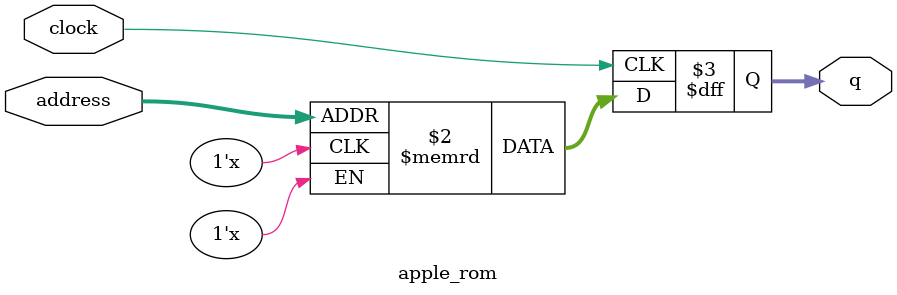
<source format=sv>
module apple_rom (
	input logic clock,
	input logic [7:0] address,
	output logic [2:0] q
);

logic [2:0] memory [0:255] /* synthesis ram_init_file = "./apple/apple.mif" */;

always_ff @ (posedge clock) begin
	q <= memory[address];
end

endmodule

</source>
